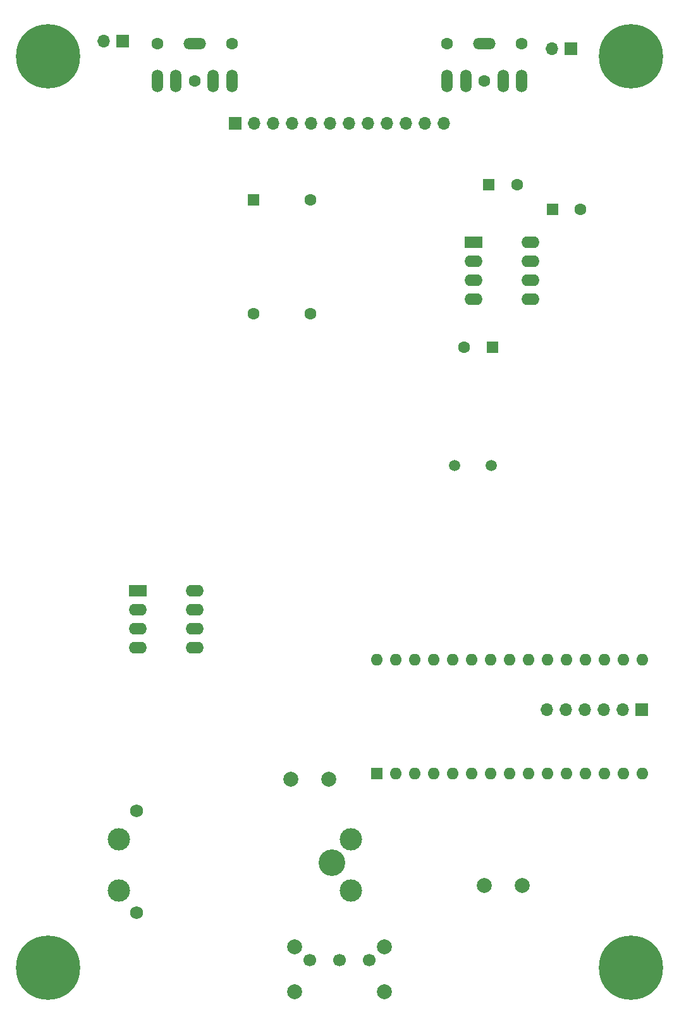
<source format=gbs>
G04 #@! TF.GenerationSoftware,KiCad,Pcbnew,5.1.9+dfsg1-1*
G04 #@! TF.CreationDate,2022-06-11T23:01:35-07:00*
G04 #@! TF.ProjectId,brains_cn,62726169-6e73-45f6-936e-2e6b69636164,rev?*
G04 #@! TF.SameCoordinates,Original*
G04 #@! TF.FileFunction,Soldermask,Bot*
G04 #@! TF.FilePolarity,Negative*
%FSLAX46Y46*%
G04 Gerber Fmt 4.6, Leading zero omitted, Abs format (unit mm)*
G04 Created by KiCad (PCBNEW 5.1.9+dfsg1-1) date 2022-06-11 23:01:35*
%MOMM*%
%LPD*%
G01*
G04 APERTURE LIST*
%ADD10R,1.600000X1.600000*%
%ADD11C,1.600000*%
%ADD12C,3.000000*%
%ADD13R,1.700000X1.700000*%
%ADD14O,1.700000X1.700000*%
%ADD15O,1.600000X1.600000*%
%ADD16O,2.400000X1.600000*%
%ADD17R,2.400000X1.600000*%
%ADD18C,2.000000*%
%ADD19C,1.700000*%
%ADD20C,8.600000*%
%ADD21C,0.900000*%
%ADD22C,1.755000*%
%ADD23C,3.560000*%
%ADD24O,3.016000X1.508000*%
%ADD25O,1.508000X3.016000*%
%ADD26C,1.500000*%
G04 APERTURE END LIST*
D10*
G04 #@! TO.C,C8*
X168500000Y-74000000D03*
D11*
X164700000Y-74000000D03*
G04 #@! TD*
D12*
G04 #@! TO.C,J2*
X149530000Y-146690000D03*
X149530000Y-139810000D03*
X118470000Y-139810000D03*
X118470000Y-146690000D03*
G04 #@! TD*
D13*
G04 #@! TO.C,J1*
X134000000Y-44000000D03*
D14*
X136540000Y-44000000D03*
X139080000Y-44000000D03*
X141620000Y-44000000D03*
X144160000Y-44000000D03*
X146700000Y-44000000D03*
X149240000Y-44000000D03*
X151780000Y-44000000D03*
X154320000Y-44000000D03*
X156860000Y-44000000D03*
X159400000Y-44000000D03*
X161940000Y-44000000D03*
G04 #@! TD*
D10*
G04 #@! TO.C,A1*
X153000000Y-131000000D03*
D15*
X186020000Y-115760000D03*
X155540000Y-131000000D03*
X183480000Y-115760000D03*
X158080000Y-131000000D03*
X180940000Y-115760000D03*
X160620000Y-131000000D03*
X178400000Y-115760000D03*
X163160000Y-131000000D03*
X175860000Y-115760000D03*
X165700000Y-131000000D03*
X173320000Y-115760000D03*
X168240000Y-131000000D03*
X170780000Y-115760000D03*
X170780000Y-131000000D03*
X168240000Y-115760000D03*
X173320000Y-131000000D03*
X165700000Y-115760000D03*
X175860000Y-131000000D03*
X163160000Y-115760000D03*
X178400000Y-131000000D03*
X160620000Y-115760000D03*
X180940000Y-131000000D03*
X158080000Y-115760000D03*
X183480000Y-131000000D03*
X155540000Y-115760000D03*
X186020000Y-131000000D03*
X153000000Y-115760000D03*
X188560000Y-131000000D03*
X188560000Y-115760000D03*
G04 #@! TD*
D16*
G04 #@! TO.C,U2*
X128590000Y-106600000D03*
X120970000Y-114220000D03*
X128590000Y-109140000D03*
X120970000Y-111680000D03*
X128590000Y-111680000D03*
X120970000Y-109140000D03*
X128590000Y-114220000D03*
D17*
X120970000Y-106600000D03*
G04 #@! TD*
G04 #@! TO.C,U3*
X165910000Y-59930000D03*
D16*
X173530000Y-67550000D03*
X165910000Y-62470000D03*
X173530000Y-65010000D03*
X165910000Y-65010000D03*
X173530000Y-62470000D03*
X165910000Y-67550000D03*
X173530000Y-59930000D03*
G04 #@! TD*
D18*
G04 #@! TO.C,SW1*
X142000000Y-154250000D03*
X154000000Y-154250000D03*
X154000000Y-160250000D03*
X142000000Y-160250000D03*
D19*
X144000000Y-156000000D03*
X148000000Y-156000000D03*
X152000000Y-156000000D03*
G04 #@! TD*
D13*
G04 #@! TO.C,J6*
X188500000Y-122500000D03*
D14*
X185960000Y-122500000D03*
X183420000Y-122500000D03*
X180880000Y-122500000D03*
X178340000Y-122500000D03*
X175800000Y-122500000D03*
G04 #@! TD*
D20*
G04 #@! TO.C,H1*
X109000000Y-157000000D03*
D21*
X109000000Y-160225000D03*
X111280419Y-159280419D03*
X112225000Y-157000000D03*
X111280419Y-154719581D03*
X109000000Y-153775000D03*
X106719581Y-154719581D03*
X105775000Y-157000000D03*
X106719581Y-159280419D03*
G04 #@! TD*
G04 #@! TO.C,H2*
X184719581Y-159280419D03*
X183775000Y-157000000D03*
X184719581Y-154719581D03*
X187000000Y-153775000D03*
X189280419Y-154719581D03*
X190225000Y-157000000D03*
X189280419Y-159280419D03*
X187000000Y-160225000D03*
D20*
X187000000Y-157000000D03*
G04 #@! TD*
D18*
G04 #@! TO.C,F1*
X146558000Y-131826000D03*
X141478000Y-131816000D03*
G04 #@! TD*
D13*
G04 #@! TO.C,LS1*
X119000000Y-33000000D03*
D14*
X116460000Y-33000000D03*
G04 #@! TD*
G04 #@! TO.C,MK1*
X176460000Y-34000000D03*
D13*
X179000000Y-34000000D03*
G04 #@! TD*
D22*
G04 #@! TO.C,BT1*
X120840000Y-149640000D03*
X120840000Y-136050000D03*
D23*
X147000000Y-143010000D03*
G04 #@! TD*
D11*
G04 #@! TO.C,C5*
X171820000Y-52180000D03*
D10*
X168020000Y-52180000D03*
G04 #@! TD*
G04 #@! TO.C,C16*
X176500000Y-55500000D03*
D11*
X180300000Y-55500000D03*
G04 #@! TD*
D18*
G04 #@! TO.C,F2*
X172500000Y-146000000D03*
X167420000Y-145990000D03*
G04 #@! TD*
D20*
G04 #@! TO.C,H3*
X187000000Y-35000000D03*
D21*
X190225000Y-35000000D03*
X189280419Y-37280419D03*
X187000000Y-38225000D03*
X184719581Y-37280419D03*
X183775000Y-35000000D03*
X184719581Y-32719581D03*
X187000000Y-31775000D03*
X189280419Y-32719581D03*
G04 #@! TD*
G04 #@! TO.C,H4*
X111280419Y-32719581D03*
X109000000Y-31775000D03*
X106719581Y-32719581D03*
X105775000Y-35000000D03*
X106719581Y-37280419D03*
X109000000Y-38225000D03*
X111280419Y-37280419D03*
X112225000Y-35000000D03*
D20*
X109000000Y-35000000D03*
G04 #@! TD*
D24*
G04 #@! TO.C,J4*
X128600000Y-33300000D03*
D25*
X123600000Y-38300000D03*
X133600000Y-38300000D03*
D11*
X128600000Y-38300000D03*
X123600000Y-33300000D03*
X133600000Y-33300000D03*
D25*
X126100000Y-38300000D03*
X131100000Y-38300000D03*
G04 #@! TD*
G04 #@! TO.C,J5*
X169900000Y-38300000D03*
X164900000Y-38300000D03*
D11*
X172400000Y-33300000D03*
X162400000Y-33300000D03*
X167400000Y-38300000D03*
D25*
X172400000Y-38300000D03*
X162400000Y-38300000D03*
D24*
X167400000Y-33300000D03*
G04 #@! TD*
D10*
G04 #@! TO.C,X1*
X136470000Y-54210000D03*
D11*
X144090000Y-54210000D03*
X144090000Y-69450000D03*
X136470000Y-69450000D03*
G04 #@! TD*
D26*
G04 #@! TO.C,Y1*
X163400000Y-89800000D03*
X168280000Y-89800000D03*
G04 #@! TD*
M02*

</source>
